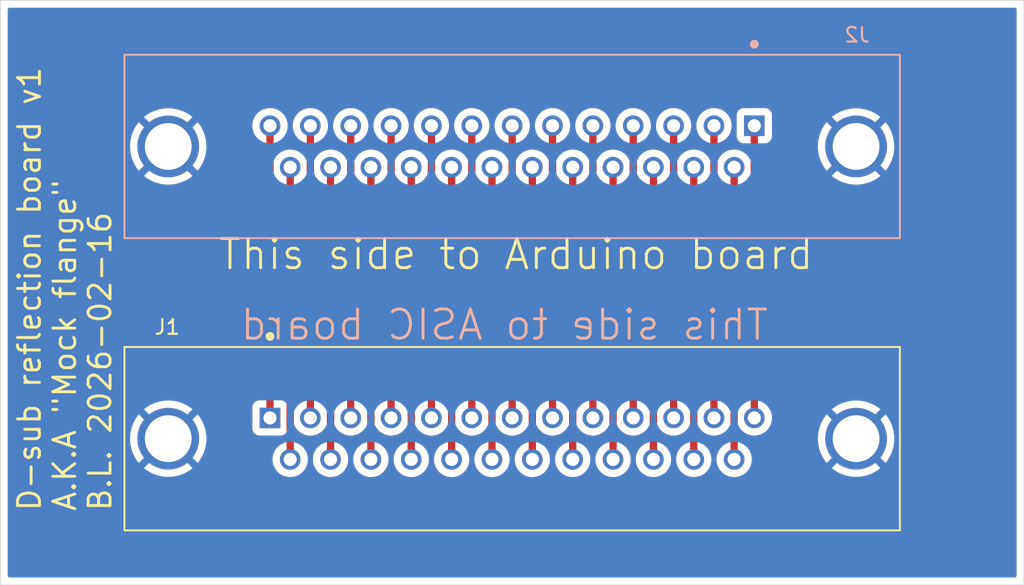
<source format=kicad_pcb>
(kicad_pcb (version 20241229) (generator "pcbnew") (generator_version "9.0")
  (layers (0 "F.Cu" signal) (2 "B.Cu" signal) (13 "F.Paste" user) (15 "B.Paste" user) (5 "F.SilkS" user "F.Silkscreen") (7 "B.SilkS" user "B.Silkscreen") (1 "F.Mask" user) (3 "B.Mask" user) (25 "Edge.Cuts" user))
  (net 0 "")
  (net 1 "/Sreset_0V9")
  (net 2 "/vgxp")
  (net 3 "/Senable_0V9")
  (net 4 "/Chip1_Sout_0V9")
  (net 5 "/Sin_0V9")
  (net 6 "/vgxn")
  (net 7 "/Chip2_vd_sense")
  (net 8 "GND")
  (net 9 "/vg")
  (net 10 "/Chip2_Sout_0V9")
  (net 11 "/Chip2_vd_force")
  (net 12 "/Chip1_vd_sense")
  (net 13 "/Sclkp_0V9")
  (net 14 "/Chip2_vs_sense")
  (net 15 "/Chip1_vd_force")
  (net 16 "/VDDA")
  (net 17 "/Supdate_0V9")
  (net 18 "/Chip2_vs_force")
  (net 19 "/Sclkn_0V9")
  (net 20 "/VDDD")
  (net 21 "/Chip1_vs_sense")
  (net 22 "/vb")
  (net 23 "/VDD18")
  (net 24 "/VSSA")
  (net 25 "/VSSD")
  (net 26 "/Chip1_vs_force")
  (footprint "Downloaded parts:AMPHENOL_D25P24A4PA00LF" (layer "F.Cu") (at 135 110)
    (property "Reference" "J1" (at -23.59 -7.635 0) (layer "F.SilkS"))
    (property "Value" "D25P24A4PA00LF")
    (fp_line (start -26.515 -6.275) (end 26.515 -6.275) (stroke (width 0.127)) (layer "F.SilkS"))
    (fp_line (start -26.515 6.275) (end -26.515 -6.275) (stroke (width 0.127)) (layer "F.SilkS"))
    (fp_line (start 26.515 -6.275) (end 26.515 6.275) (stroke (width 0.127)) (layer "F.SilkS"))
    (fp_line (start 26.515 6.275) (end -26.515 6.275) (stroke (width 0.127)) (layer "F.SilkS"))
    (fp_circle (center -16.56 -7) (end -16.41 -7) (stroke (width 0.3)) (fill no) (layer "F.SilkS"))
    (pad "1" thru_hole rect (at -16.56 -1.42) (size 1.408 1.408) (drill 0.9) (layers "*.Cu" "*.Mask") (net 9 "/vg"))
    (pad "2" thru_hole circle (at -13.8 -1.42) (size 1.408 1.408) (drill 0.9) (layers "*.Cu" "*.Mask") (net 6 "/vgxn"))
    (pad "3" thru_hole circle (at -11.04 -1.42) (size 1.408 1.408) (drill 0.9) (layers "*.Cu" "*.Mask") (net 2 "/vgxp"))
    (pad "4" thru_hole circle (at -8.28 -1.42) (size 1.408 1.408) (drill 0.9) (layers "*.Cu" "*.Mask") (net 12 "/Chip1_vd_sense"))
    (pad "5" thru_hole circle (at -5.52 -1.42) (size 1.408 1.408) (drill 0.9) (layers "*.Cu" "*.Mask") (net 21 "/Chip1_vs_sense"))
    (pad "6" thru_hole circle (at -2.76 -1.42) (size 1.408 1.408) (drill 0.9) (layers "*.Cu" "*.Mask") (net 15 "/Chip1_vd_force"))
    (pad "7" thru_hole circle (at 0 -1.42) (size 1.408 1.408) (drill 0.9) (layers "*.Cu" "*.Mask") (net 26 "/Chip1_vs_force"))
    (pad "8" thru_hole circle (at 2.76 -1.42) (size 1.408 1.408) (drill 0.9) (layers "*.Cu" "*.Mask") (net 17 "/Supdate_0V9"))
    (pad "9" thru_hole circle (at 5.52 -1.42) (size 1.408 1.408) (drill 0.9) (layers "*.Cu" "*.Mask") (net 1 "/Sreset_0V9"))
    (pad "10" thru_hole circle (at 8.28 -1.42) (size 1.408 1.408) (drill 0.9) (layers "*.Cu" "*.Mask") (net 13 "/Sclkp_0V9"))
    (pad "11" thru_hole circle (at 11.04 -1.42) (size 1.408 1.408) (drill 0.9) (layers "*.Cu" "*.Mask") (net 19 "/Sclkn_0V9"))
    (pad "12" thru_hole circle (at 13.8 -1.42) (size 1.408 1.408) (drill 0.9) (layers "*.Cu" "*.Mask") (net 3 "/Senable_0V9"))
    (pad "13" thru_hole circle (at 16.56 -1.42) (size 1.408 1.408) (drill 0.9) (layers "*.Cu" "*.Mask") (net 5 "/Sin_0V9"))
    (pad "14" thru_hole circle (at -15.18 1.42) (size 1.408 1.408) (drill 0.9) (layers "*.Cu" "*.Mask") (net 20 "/VDDD"))
    (pad "15" thru_hole circle (at -12.42 1.42) (size 1.408 1.408) (drill 0.9) (layers "*.Cu" "*.Mask") (net 25 "/VSSD"))
    (pad "16" thru_hole circle (at -9.66 1.42) (size 1.408 1.408) (drill 0.9) (layers "*.Cu" "*.Mask") (net 7 "/Chip2_vd_sense"))
    (pad "17" thru_hole circle (at -6.9 1.42) (size 1.408 1.408) (drill 0.9) (layers "*.Cu" "*.Mask") (net 14 "/Chip2_vs_sense"))
    (pad "18" thru_hole circle (at -4.14 1.42) (size 1.408 1.408) (drill 0.9) (layers "*.Cu" "*.Mask") (net 11 "/Chip2_vd_force"))
    (pad "19" thru_hole circle (at -1.38 1.42) (size 1.408 1.408) (drill 0.9) (layers "*.Cu" "*.Mask") (net 18 "/Chip2_vs_force"))
    (pad "20" thru_hole circle (at 1.38 1.42) (size 1.408 1.408) (drill 0.9) (layers "*.Cu" "*.Mask") (net 22 "/vb"))
    (pad "21" thru_hole circle (at 4.14 1.42) (size 1.408 1.408) (drill 0.9) (layers "*.Cu" "*.Mask") (net 23 "/VDD18"))
    (pad "22" thru_hole circle (at 6.9 1.42) (size 1.408 1.408) (drill 0.9) (layers "*.Cu" "*.Mask") (net 16 "/VDDA"))
    (pad "23" thru_hole circle (at 9.66 1.42) (size 1.408 1.408) (drill 0.9) (layers "*.Cu" "*.Mask") (net 24 "/VSSA"))
    (pad "24" thru_hole circle (at 12.42 1.42) (size 1.408 1.408) (drill 0.9) (layers "*.Cu" "*.Mask") (net 10 "/Chip2_Sout_0V9"))
    (pad "25" thru_hole circle (at 15.18 1.42) (size 1.408 1.408) (drill 0.9) (layers "*.Cu" "*.Mask") (net 4 "/Chip1_Sout_0V9"))
    (pad "SH1" thru_hole circle (at -23.52 0) (size 4.216 4.216) (drill 3.2) (layers "*.Cu" "*.Mask") (net 8 "GND"))
    (pad "SH2" thru_hole circle (at 23.52 0) (size 4.216 4.216) (drill 3.2) (layers "*.Cu" "*.Mask") (net 8 "GND"))
  )
  (footprint "Downloaded parts:AMPHENOL_D25P24A4PA00LF" (layer "B.Cu") (at 135 90 180)
    (property "Reference" "J2" (at -23.59 7.635 0) (layer "B.SilkS") (effects (justify mirror)))
    (property "Value" "D25P24A4PA00LF")
    (fp_line (start 26.515 6.275) (end 26.515 -6.275) (stroke (width 0.127)) (layer "B.SilkS"))
    (fp_line (start 26.515 -6.275) (end -26.515 -6.275) (stroke (width 0.127)) (layer "B.SilkS"))
    (fp_line (start -26.515 6.275) (end 26.515 6.275) (stroke (width 0.127)) (layer "B.SilkS"))
    (fp_line (start -26.515 -6.275) (end -26.515 6.275) (stroke (width 0.127)) (layer "B.SilkS"))
    (fp_circle (center -16.56 7) (end -16.41 7) (stroke (width 0.3)) (fill no) (layer "B.SilkS"))
    (pad "1" thru_hole rect (at -16.56 1.42 180) (size 1.408 1.408) (drill 0.9) (layers "*.Cu" "*.Mask") (net 5 "/Sin_0V9"))
    (pad "2" thru_hole circle (at -13.8 1.42 180) (size 1.408 1.408) (drill 0.9) (layers "*.Cu" "*.Mask") (net 3 "/Senable_0V9"))
    (pad "3" thru_hole circle (at -11.04 1.42 180) (size 1.408 1.408) (drill 0.9) (layers "*.Cu" "*.Mask") (net 19 "/Sclkn_0V9"))
    (pad "4" thru_hole circle (at -8.28 1.42 180) (size 1.408 1.408) (drill 0.9) (layers "*.Cu" "*.Mask") (net 13 "/Sclkp_0V9"))
    (pad "5" thru_hole circle (at -5.52 1.42 180) (size 1.408 1.408) (drill 0.9) (layers "*.Cu" "*.Mask") (net 1 "/Sreset_0V9"))
    (pad "6" thru_hole circle (at -2.76 1.42 180) (size 1.408 1.408) (drill 0.9) (layers "*.Cu" "*.Mask") (net 17 "/Supdate_0V9"))
    (pad "7" thru_hole circle (at 0 1.42 180) (size 1.408 1.408) (drill 0.9) (layers "*.Cu" "*.Mask") (net 26 "/Chip1_vs_force"))
    (pad "8" thru_hole circle (at 2.76 1.42 180) (size 1.408 1.408) (drill 0.9) (layers "*.Cu" "*.Mask") (net 15 "/Chip1_vd_force"))
    (pad "9" thru_hole circle (at 5.52 1.42 180) (size 1.408 1.408) (drill 0.9) (layers "*.Cu" "*.Mask") (net 21 "/Chip1_vs_sense"))
    (pad "10" thru_hole circle (at 8.28 1.42 180) (size 1.408 1.408) (drill 0.9) (layers "*.Cu" "*.Mask") (net 12 "/Chip1_vd_sense"))
    (pad "11" thru_hole circle (at 11.04 1.42 180) (size 1.408 1.408) (drill 0.9) (layers "*.Cu" "*.Mask") (net 2 "/vgxp"))
    (pad "12" thru_hole circle (at 13.8 1.42 180) (size 1.408 1.408) (drill 0.9) (layers "*.Cu" "*.Mask") (net 6 "/vgxn"))
    (pad "13" thru_hole circle (at 16.56 1.42 180) (size 1.408 1.408) (drill 0.9) (layers "*.Cu" "*.Mask") (net 9 "/vg"))
    (pad "14" thru_hole circle (at -15.18 -1.42 180) (size 1.408 1.408) (drill 0.9) (layers "*.Cu" "*.Mask") (net 4 "/Chip1_Sout_0V9"))
    (pad "15" thru_hole circle (at -12.42 -1.42 180) (size 1.408 1.408) (drill 0.9) (layers "*.Cu" "*.Mask") (net 10 "/Chip2_Sout_0V9"))
    (pad "16" thru_hole circle (at -9.66 -1.42 180) (size 1.408 1.408) (drill 0.9) (layers "*.Cu" "*.Mask") (net 24 "/VSSA"))
    (pad "17" thru_hole circle (at -6.9 -1.42 180) (size 1.408 1.408) (drill 0.9) (layers "*.Cu" "*.Mask") (net 16 "/VDDA"))
    (pad "18" thru_hole circle (at -4.14 -1.42 180) (size 1.408 1.408) (drill 0.9) (layers "*.Cu" "*.Mask") (net 23 "/VDD18"))
    (pad "19" thru_hole circle (at -1.38 -1.42 180) (size 1.408 1.408) (drill 0.9) (layers "*.Cu" "*.Mask") (net 22 "/vb"))
    (pad "20" thru_hole circle (at 1.38 -1.42 180) (size 1.408 1.408) (drill 0.9) (layers "*.Cu" "*.Mask") (net 18 "/Chip2_vs_force"))
    (pad "21" thru_hole circle (at 4.14 -1.42 180) (size 1.408 1.408) (drill 0.9) (layers "*.Cu" "*.Mask") (net 11 "/Chip2_vd_force"))
    (pad "22" thru_hole circle (at 6.9 -1.42 180) (size 1.408 1.408) (drill 0.9) (layers "*.Cu" "*.Mask") (net 14 "/Chip2_vs_sense"))
    (pad "23" thru_hole circle (at 9.66 -1.42 180) (size 1.408 1.408) (drill 0.9) (layers "*.Cu" "*.Mask") (net 7 "/Chip2_vd_sense"))
    (pad "24" thru_hole circle (at 12.42 -1.42 180) (size 1.408 1.408) (drill 0.9) (layers "*.Cu" "*.Mask") (net 25 "/VSSD"))
    (pad "25" thru_hole circle (at 15.18 -1.42 180) (size 1.408 1.408) (drill 0.9) (layers "*.Cu" "*.Mask") (net 20 "/VDDD"))
    (pad "SH1" thru_hole circle (at -23.52 0 180) (size 4.216 4.216) (drill 3.2) (layers "*.Cu" "*.Mask") (net 8 "GND"))
    (pad "SH2" thru_hole circle (at 23.52 0 180) (size 4.216 4.216) (drill 3.2) (layers "*.Cu" "*.Mask") (net 8 "GND"))
  )
  (gr_rect (start 100 80) (end 170 120) (stroke (width 0.05)) (fill no) (layer "Edge.Cuts"))
  (gr_text "D-sub reflection board v1\nA.K.A {dblquote}Mock flange{dblquote}\nB.L. 2026-02-16" (at 107.696 115.062 90) (layer "F.SilkS") (effects (font (size 1.5 1.5) (thickness 0.2)) (justify left bottom)))
  (gr_text "This side to Arduino board" (at 114.808 98.552 0) (layer "F.SilkS") (effects (font (size 2 2) (thickness 0.2)) (justify left bottom)))
  (gr_text "This side to ASIC board" (at 152.654 103.378 0) (layer "B.SilkS") (effects (font (size 2 2) (thickness 0.2)) (justify left bottom mirror)))
  (segment (start 140.52 108.58) (end 140.52 88.58) (width 0.5) (layer "F.Cu") (net 1))
  (segment (start 123.96 108.58) (end 123.96 88.58) (width 0.5) (layer "F.Cu") (net 2))
  (segment (start 148.8 108.58) (end 148.8 88.58) (width 0.5) (layer "F.Cu") (net 3))
  (segment (start 150.18 111.42) (end 150.18 91.42) (width 0.5) (layer "F.Cu") (net 4))
  (segment (start 151.56 108.58) (end 151.56 88.58) (width 0.5) (layer "F.Cu") (net 5))
  (segment (start 121.2 108.58) (end 121.2 88.58) (width 0.5) (layer "F.Cu") (net 6))
  (segment (start 125.34 111.42) (end 125.34 91.42) (width 0.5) (layer "F.Cu") (net 7))
  (segment (start 118.44 108.58) (end 118.44 88.58) (width 0.5) (layer "F.Cu") (net 9))
  (segment (start 147.42 111.42) (end 147.42 91.42) (width 0.5) (layer "F.Cu") (net 10))
  (segment (start 130.86 111.42) (end 130.86 91.42) (width 0.5) (layer "F.Cu") (net 11))
  (segment (start 126.72 108.58) (end 126.72 88.58) (width 0.5) (layer "F.Cu") (net 12))
  (segment (start 143.28 108.58) (end 143.28 88.58) (width 0.5) (layer "F.Cu") (net 13))
  (segment (start 128.1 111.42) (end 128.1 91.42) (width 0.5) (layer "F.Cu") (net 14))
  (segment (start 132.24 108.58) (end 132.24 88.58) (width 0.5) (layer "F.Cu") (net 15))
  (segment (start 141.9 111.42) (end 141.9 91.42) (width 0.5) (layer "F.Cu") (net 16))
  (segment (start 137.76 108.58) (end 137.76 88.58) (width 0.5) (layer "F.Cu") (net 17))
  (segment (start 133.62 111.42) (end 133.62 91.42) (width 0.5) (layer "F.Cu") (net 18))
  (segment (start 146.04 108.58) (end 146.04 88.58) (width 0.5) (layer "F.Cu") (net 19))
  (segment (start 119.82 111.42) (end 119.82 91.42) (width 0.5) (layer "F.Cu") (net 20))
  (segment (start 129.48 108.58) (end 129.48 88.58) (width 0.5) (layer "F.Cu") (net 21))
  (segment (start 136.38 111.42) (end 136.38 91.42) (width 0.5) (layer "F.Cu") (net 22))
  (segment (start 139.14 111.42) (end 139.14 91.42) (width 0.5) (layer "F.Cu") (net 23))
  (segment (start 144.66 111.42) (end 144.66 91.42) (width 0.5) (layer "F.Cu") (net 24))
  (segment (start 122.58 111.42) (end 122.58 91.42) (width 0.5) (layer "F.Cu") (net 25))
  (segment (start 135 108.58) (end 135 88.58) (width 0.5) (layer "F.Cu") (net 26))
  (zone (net 8) (net_name "GND") (layer "B.Cu") (connect_pads (clearance 0.5)) (min_thickness 0.25) (fill yes (thermal_gap 0.5) (thermal_bridge_width 0.5))
    (polygon (pts (xy 100.076 80.01) (xy 100.076 119.888) (xy 169.926 119.888) (xy 169.926 80.01)))
  )
)
</source>
